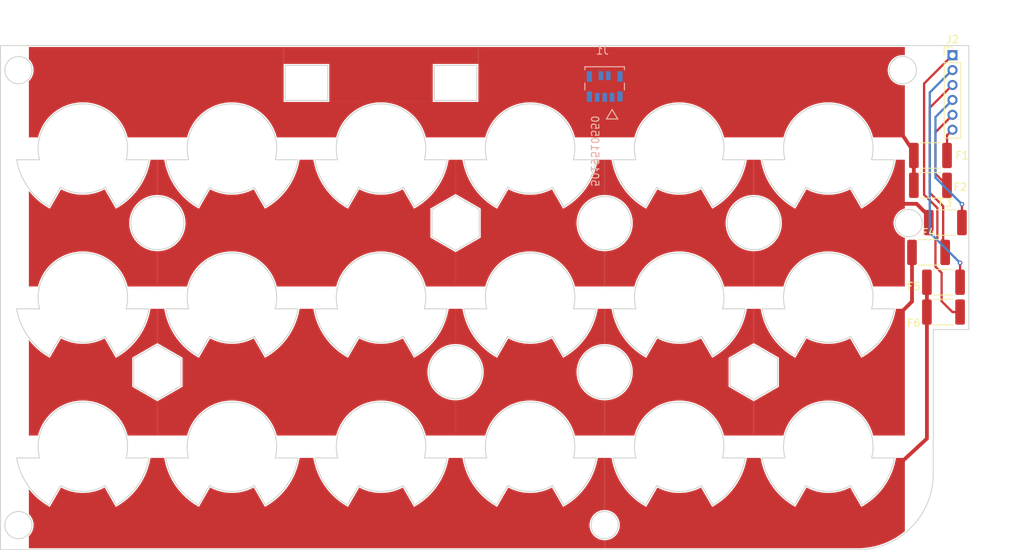
<source format=kicad_pcb>
(kicad_pcb (version 20241229) (generator "pcbnew") (generator_version "9.0")
  (title_block (date "2026-01-23"))
  (layers (0 "F.Cu" signal) (2 "B.Cu" signal) (13 "F.Paste" user) (15 "B.Paste" user) (5 "F.SilkS" user "F.Silkscreen") (7 "B.SilkS" user "B.Silkscreen") (1 "F.Mask" user) (3 "B.Mask" user) (25 "Edge.Cuts" user))
  (net 0 "")
  (net 1 "/cell_2_plus")
  (net 2 "/V+")
  (net 3 "/v_sense_cell_2")
  (net 4 "/cell_1_plus")
  (net 5 "/v_sense_cell_1")
  (net 6 "/v_sense_cell_0")
  (net 7 "/cell_0_plus")
  (net 8 "/v_sense_minus")
  (net 9 "/cell_0_minus")
  (net 10 "/V-")
  (footprint "Fuse:Fuse_1812_4532Metric_Pad1.30x3.40mm_HandSolder" (layer "F.Cu") (at 137.25 31.25)
    (property "Reference" "F2" (at 4 0.25 0) (layer "F.SilkS"))
    (property "Value" "Littelfuse 1812L110/33")
    (fp_line (start -1.386252 -1.71) (end 1.386252 -1.71) (stroke (width 0.12)) (layer "F.SilkS"))
    (fp_line (start -1.386252 1.71) (end 1.386252 1.71) (stroke (width 0.12)) (layer "F.SilkS"))
    (pad "1" smd roundrect (at -2.225 0) (size 1.3 3.4) (layers "F.Cu" "F.Mask" "F.Paste") (roundrect_rratio 0.192308) (net 1 "/cell_2_plus"))
    (pad "2" smd roundrect (at 2.225 0) (size 1.3 3.4) (layers "F.Cu" "F.Mask" "F.Paste") (roundrect_rratio 0.192308) (net 3 "/v_sense_cell_2"))
  )
  (footprint "Connector_PinHeader_2.00mm:PinHeader_1x06_P2.00mm_Vertical" (layer "F.Cu") (at 140.208 13.796)
    (property "Reference" "J2" (at 0 -2.11 0) (layer "F.SilkS"))
    (property "Value" "Conn_01x09_MountingPin")
    (fp_line (start -1.11 -1.11) (end 0 -1.11) (stroke (width 0.12)) (layer "F.SilkS"))
    (fp_line (start -1.11 0) (end -1.11 -1.11) (stroke (width 0.12)) (layer "F.SilkS"))
    (fp_line (start -1.11 1) (end -1.11 11.11) (stroke (width 0.12)) (layer "F.SilkS"))
    (fp_line (start -1.11 1) (end 1.11 1) (stroke (width 0.12)) (layer "F.SilkS"))
    (fp_line (start -1.11 11.11) (end 1.11 11.11) (stroke (width 0.12)) (layer "F.SilkS"))
    (fp_line (start 1.11 1) (end 1.11 11.11) (stroke (width 0.12)) (layer "F.SilkS"))
    (pad "1" thru_hole rect (at 0 0) (size 1.35 1.35) (drill 0.8) (layers "*.Cu" "*.Mask") (net 10 "/V-"))
    (pad "2" thru_hole circle (at 0 2) (size 1.35 1.35) (drill 0.8) (layers "*.Cu" "*.Mask") (net 8 "/v_sense_minus"))
    (pad "3" thru_hole circle (at 0 4) (size 1.35 1.35) (drill 0.8) (layers "*.Cu" "*.Mask") (net 6 "/v_sense_cell_0"))
    (pad "4" thru_hole circle (at 0 6) (size 1.35 1.35) (drill 0.8) (layers "*.Cu" "*.Mask") (net 5 "/v_sense_cell_1"))
    (pad "5" thru_hole circle (at 0 8) (size 1.35 1.35) (drill 0.8) (layers "*.Cu" "*.Mask") (net 3 "/v_sense_cell_2"))
    (pad "6" thru_hole circle (at 0 10) (size 1.35 1.35) (drill 0.8) (layers "*.Cu" "*.Mask") (net 2 "/V+"))
  )
  (footprint "Fuse:Fuse_1812_4532Metric_Pad1.30x3.40mm_HandSolder" (layer "F.Cu") (at 139.25 36.25)
    (property "Reference" "F3" (at 0 -2.65 0) (layer "F.SilkS"))
    (property "Value" "Littelfuse 1812L110/33")
    (fp_line (start -1.386252 -1.71) (end 1.386252 -1.71) (stroke (width 0.12)) (layer "F.SilkS"))
    (fp_line (start -1.386252 1.71) (end 1.386252 1.71) (stroke (width 0.12)) (layer "F.SilkS"))
    (pad "1" smd roundrect (at -2.225 0) (size 1.3 3.4) (layers "F.Cu" "F.Mask" "F.Paste") (roundrect_rratio 0.192308) (net 4 "/cell_1_plus"))
    (pad "2" smd roundrect (at 2.225 0) (size 1.3 3.4) (layers "F.Cu" "F.Mask" "F.Paste") (roundrect_rratio 0.192308) (net 5 "/v_sense_cell_1"))
  )
  (footprint "Fuse:Fuse_1812_4532Metric_Pad1.30x3.40mm_HandSolder" (layer "F.Cu") (at 139 48.25)
    (property "Reference" "F6" (at -4 1.5 0) (layer "F.SilkS"))
    (property "Value" "Littelfuse 1812L110/33")
    (fp_line (start -1.386252 -1.71) (end 1.386252 -1.71) (stroke (width 0.12)) (layer "F.SilkS"))
    (fp_line (start -1.386252 1.71) (end 1.386252 1.71) (stroke (width 0.12)) (layer "F.SilkS"))
    (pad "1" smd roundrect (at -2.225 0) (size 1.3 3.4) (layers "F.Cu" "F.Mask" "F.Paste") (roundrect_rratio 0.192308) (net 9 "/cell_0_minus"))
    (pad "2" smd roundrect (at 2.225 0) (size 1.3 3.4) (layers "F.Cu" "F.Mask" "F.Paste") (roundrect_rratio 0.192308) (net 10 "/V-"))
  )
  (footprint "Fuse:Fuse_1812_4532Metric_Pad1.30x3.40mm_HandSolder" (layer "F.Cu") (at 137 40.25)
    (property "Reference" "F4" (at 0 -2.65 0) (layer "F.SilkS"))
    (property "Value" "Littelfuse 1812L110/33")
    (fp_line (start -1.386252 -1.71) (end 1.386252 -1.71) (stroke (width 0.12)) (layer "F.SilkS"))
    (fp_line (start -1.386252 1.71) (end 1.386252 1.71) (stroke (width 0.12)) (layer "F.SilkS"))
    (pad "1" smd roundrect (at -2.225 0) (size 1.3 3.4) (layers "F.Cu" "F.Mask" "F.Paste") (roundrect_rratio 0.192308) (net 7 "/cell_0_plus"))
    (pad "2" smd roundrect (at 2.225 0) (size 1.3 3.4) (layers "F.Cu" "F.Mask" "F.Paste") (roundrect_rratio 0.192308) (net 6 "/v_sense_cell_0"))
  )
  (footprint "Fuse:Fuse_1812_4532Metric_Pad1.30x3.40mm_HandSolder" (layer "F.Cu") (at 137.25 27.25)
    (property "Reference" "F1" (at 4.25 0 0) (layer "F.SilkS"))
    (property "Value" "Littelfuse 1812L110/33")
    (fp_line (start -1.386252 -1.71) (end 1.386252 -1.71) (stroke (width 0.12)) (layer "F.SilkS"))
    (fp_line (start -1.386252 1.71) (end 1.386252 1.71) (stroke (width 0.12)) (layer "F.SilkS"))
    (pad "1" smd roundrect (at -2.225 0) (size 1.3 3.4) (layers "F.Cu" "F.Mask" "F.Paste") (roundrect_rratio 0.192308) (net 1 "/cell_2_plus"))
    (pad "2" smd roundrect (at 2.225 0) (size 1.3 3.4) (layers "F.Cu" "F.Mask" "F.Paste") (roundrect_rratio 0.192308) (net 2 "/V+"))
  )
  (footprint "Fuse:Fuse_1812_4532Metric_Pad1.30x3.40mm_HandSolder" (layer "F.Cu") (at 139 44.25)
    (property "Reference" "F5" (at -4 0.5675 0) (layer "F.SilkS"))
    (property "Value" "Littelfuse 1812L110/33")
    (fp_line (start -1.386252 -1.71) (end 1.386252 -1.71) (stroke (width 0.12)) (layer "F.SilkS"))
    (fp_line (start -1.386252 1.71) (end 1.386252 1.71) (stroke (width 0.12)) (layer "F.SilkS"))
    (pad "1" smd roundrect (at -2.225 0) (size 1.3 3.4) (layers "F.Cu" "F.Mask" "F.Paste") (roundrect_rratio 0.192308) (net 9 "/cell_0_minus"))
    (pad "2" smd roundrect (at 2.225 0) (size 1.3 3.4) (layers "F.Cu" "F.Mask" "F.Paste") (roundrect_rratio 0.192308) (net 8 "/v_sense_minus"))
  )
  (footprint "formula_slug_footprint_library:CON_5019510550" (layer "B.Cu") (at 93.5475 18 180)
    (property "Reference" "J1" (at 0.306361 4.804876 0) (layer "B.SilkS") (effects (justify mirror)))
    (property "Value" "5019510550")
    (fp_line (start 2.649995 2.649999) (end -2.649995 2.649999) (stroke (width 0.1524)) (layer "B.SilkS"))
    (fp_line (start 2.649995 2.249818) (end 2.649995 2.649999) (stroke (width 0.1524)) (layer "B.SilkS"))
    (fp_line (start 2.649995 -0.450182) (end 2.649995 0.450182) (stroke (width 0.1524)) (layer "B.SilkS"))
    (fp_line (start -0.236995 -4.35) (end -1.760995 -4.35) (stroke (width 0.1524)) (layer "B.SilkS"))
    (fp_line (start -0.998995 -3.08) (end -0.236995 -4.35) (stroke (width 0.1524)) (layer "B.SilkS"))
    (fp_line (start -1.760995 -4.35) (end -0.998995 -3.08) (stroke (width 0.1524)) (layer "B.SilkS"))
    (fp_line (start -2.649995 2.649999) (end -2.649995 2.249818) (stroke (width 0.1524)) (layer "B.SilkS"))
    (fp_line (start -2.649995 0.450182) (end -2.649995 -0.450182) (stroke (width 0.1524)) (layer "B.SilkS"))
    (fp_text user "5019510550" (at 1.322361 -8.657124 270) (layer "B.SilkS") (effects (justify mirror)))
    (pad "1" smd rect (at -0.999995 -1.449999 180) (size 0.6 1.2) (layers "B.Cu" "B.Mask" "B.Paste"))
    (pad "2" smd rect (at -0.499995 1.45 180) (size 0.6 1.2) (layers "B.Cu" "B.Mask" "B.Paste"))
    (pad "3" smd rect (at 0 -1.449999 180) (size 0.6 1.2) (layers "B.Cu" "B.Mask" "B.Paste"))
    (pad "4" smd rect (at 0.500005 1.45 180) (size 0.6 1.2) (layers "B.Cu" "B.Mask" "B.Paste"))
    (pad "5" smd rect (at 1.000005 -1.449999 180) (size 0.6 1.2) (layers "B.Cu" "B.Mask" "B.Paste"))
    (pad "P1" smd rect (at -2.049999 -1.325 180) (size 0.699998 1.35) (layers "B.Cu" "B.Mask" "B.Paste"))
    (pad "P2" smd rect (at 2.049999 -1.35 180) (size 0.699998 1.4) (layers "B.Cu" "B.Mask" "B.Paste"))
    (pad "P3" smd rect (at -2.049999 1.35 180) (size 0.699998 1.4) (layers "B.Cu" "B.Mask" "B.Paste"))
    (pad "P4" smd rect (at 2.049999 1.35 180) (size 0.699998 1.4) (layers "B.Cu" "B.Mask" "B.Paste"))
  )
  (gr_line (start 136.75 65.25) (end 133.5 68.25) (stroke (width 0.508)) (layer "F.Cu") (net 9))
  (gr_line (start 135 26.75) (end 133.5 24.5) (stroke (width 0.508)) (layer "F.Cu") (net 1))
  (gr_poly (pts (xy 30.1693 58.267905) (xy 33.5475 60.218309) (xy 33.5475 64.8175) (arc (start 29.566608 64.8175) (mid 23.5475 60.1143) (end 17.528391 64.8175)) (xy 16.31 64.8175) (arc (start 16.31 52.002347) (mid 17.595807 53.337204) (end 19.122998 54.387362)) (arc (start 20.623541 51.788346) (mid 23.5475 52.5207) (end 26.471459 51.788345)) (arc (start 27.972002 54.387363) (mid 31.056467 51.638618) (end 32.627636 47.8175)) (xy 33.5475 47.8175) (xy 33.5475 52.416691) (xy 30.1693 54.367095)) (fill yes) (layers "F.Cu" "F.Mask") (net 7))
  (gr_poly (pts (xy 72.627636 47.817494) (xy 73.5475 47.8175) (arc (start 73.5475 52.542425) (mid 69.772425 56.3175) (end 73.5475 60.092575)) (xy 73.5475 64.8175) (arc (start 69.566608 64.8175) (mid 63.5475 60.1143) (end 57.528391 64.8175)) (arc (start 49.566608 64.8175) (mid 43.5475 60.1143) (end 37.528391 64.8175)) (xy 33.5475 64.8175) (xy 33.5475 60.218309) (xy 36.9257 58.267905) (xy 36.9257 54.367095) (xy 33.5475 52.416691) (xy 33.5475 47.8175) (arc (start 34.467364 47.8175) (mid 36.038533 51.638618) (end 39.122999 54.387362)) (arc (start 40.623541 51.788346) (mid 43.5475 52.5207) (end 46.471459 51.788345)) (arc (start 47.972002 54.387363) (mid 51.056467 51.638618) (end 52.627636 47.8175)) (arc (start 54.467364 47.8175) (mid 56.038533 51.638618) (end 59.122999 54.387362)) (arc (start 60.623541 51.788346) (mid 63.5475 52.5207) (end 66.471459 51.788345)) (arc (start 67.972002 54.387363) (mid 71.056467 51.638618) (end 72.627636 47.8175))) (fill yes) (layers "F.Cu" "F.Mask") (net 7))
  (gr_poly (pts (arc (start 32.627636 27.8175) (mid 31.056467 31.638619) (end 27.972001 34.387362)) (arc (start 26.471458 31.788345) (mid 23.5475 32.5207) (end 20.623541 31.788346)) (arc (start 19.122998 34.387362) (mid 17.595807 33.337204) (end 16.31 32.002347)) (xy 16.31 44.8175) (arc (start 17.528391 44.8175) (mid 23.547499 40.114301) (end 29.566608 44.8175)) (xy 33.5475 44.8175) (arc (start 33.5475 40.092575) (mid 29.772425 36.3175) (end 33.5475 32.542425)) (xy 33.5475 27.8175)) (fill yes) (layers "F.Cu" "F.Mask") (net 4))
  (gr_poly (pts (arc (start 69.566606 24.8175) (mid 63.547497 20.1143) (end 57.528388 24.8175)) (arc (start 49.566605 24.8175) (mid 43.547497 20.1143) (end 37.528388 24.8175)) (arc (start 29.566605 24.8175) (mid 23.547497 20.1143) (end 17.528388 24.8175)) (xy 16.309997 24.8175) (arc (start 16.309997 17.277606) (mid 16.944997 15.802) (end 16.309997 14.326395)) (xy 16.309997 12.7032) (xy 50.486797 12.7032) (xy 50.486797 14.9638) (xy 50.486797 20.0692) (xy 56.608197 20.0692) (xy 70.486797 20.0692) (xy 76.608197 20.0692) (xy 76.608197 14.9638) (xy 76.608197 12.7032) (xy 133.817497 12.7032) (arc (start 133.817497 13.788018) (mid 131.515497 15.802) (end 133.817497 17.815982)) (xy 133.817497 24.8175) (arc (start 129.566607 24.8175) (mid 123.547497 20.1143) (end 117.528387 24.8175)) (arc (start 109.566607 24.8175) (mid 103.547497 20.1143) (end 97.528387 24.8175)) (arc (start 89.566607 24.8175) (mid 83.547497 20.1143) (end 77.528388 24.8175))) (fill yes) (layers "F.Cu" "F.Mask") (net 1))
  (gr_poly (pts (arc (start 69.566608 44.8175) (mid 63.547499 40.114301) (end 57.528391 44.8175)) (arc (start 49.566608 44.8175) (mid 43.547499 40.114301) (end 37.528391 44.8175)) (xy 33.5475 44.8175) (arc (start 33.5475 40.092575) (mid 37.322575 36.3175) (end 33.5475 32.542425)) (xy 33.5475 27.8175) (arc (start 34.467364 27.8175) (mid 36.038534 31.638618) (end 39.122999 34.387362)) (arc (start 40.623541 31.788346) (mid 43.5475 32.5207) (end 46.471459 31.788345)) (arc (start 47.972002 34.387363) (mid 51.056467 31.638618) (end 52.627636 27.8175)) (arc (start 54.467364 27.8175) (mid 56.038534 31.638618) (end 59.122999 34.387362)) (arc (start 60.623541 31.788346) (mid 63.5475 32.5207) (end 66.471459 31.788345)) (arc (start 67.972002 34.387363) (mid 71.056467 31.638618) (end 72.627636 27.8175)) (xy 73.5475 27.8175) (xy 73.5475 32.416691) (xy 70.1693 34.367095) (xy 70.1693 38.267905) (xy 73.5475 40.218309) (xy 73.5475 44.8175) (xy 69.566608 44.817498)) (fill yes) (layers "F.Cu" "F.Mask") (net 4))
  (gr_poly (pts (arc (start 129.56661 64.8175) (mid 123.5475 60.1143) (end 117.52839 64.817502)) (xy 113.5475 64.8175) (xy 113.5475 60.218309) (xy 116.9257 58.267905) (xy 116.9257 54.367095) (xy 113.5475 52.416691) (xy 113.5475 47.8175) (arc (start 114.467365 47.8175) (mid 116.038533 51.638618) (end 119.122999 54.38736)) (arc (start 120.623542 51.788343) (mid 123.5475 52.5207) (end 126.471457 51.788344)) (arc (start 127.972 54.387359) (mid 131.056467 51.638618) (end 132.627634 47.8175)) (xy 133.8175 47.8175) (xy 133.8175 64.8175)) (fill yes) (layers "F.Cu" "F.Mask") (net 7))
  (gr_poly (pts (arc (start 80.623542 31.788344) (mid 83.5475 32.520699) (end 86.471458 31.788345)) (arc (start 87.972001 34.387361) (mid 91.056467 31.638619) (end 92.627635 27.8175)) (xy 93.5475 27.8175) (arc (start 93.5475 32.542425) (mid 89.772426 36.317501) (end 93.5475 40.092575)) (xy 93.5475 44.8175) (arc (start 89.56661 44.8175) (mid 83.547501 40.1143) (end 77.528391 44.8175)) (xy 73.5475 44.8175) (xy 73.5475 40.218309) (xy 76.9257 38.267905) (xy 76.9257 34.367095) (xy 73.5475 32.416691) (xy 73.5475 27.8175) (arc (start 74.467364 27.8175) (mid 76.038533 31.638618) (end 79.122998 34.387361))) (fill yes) (layers "F.Cu" "F.Mask") (net 4))
  (gr_poly (pts (arc (start 119.122997 74.387359) (mid 116.038532 71.638618) (end 114.467365 67.817501)) (arc (start 112.627628 67.817501) (mid 111.05646 71.638616) (end 107.971995 74.387356)) (arc (start 106.471454 71.788345) (mid 103.547497 72.520698) (end 100.62354 71.788342)) (arc (start 99.122997 74.387359) (mid 96.038532 71.638618) (end 94.467365 67.817501)) (xy 93.547496 67.817501) (arc (start 93.547497 74.801001) (mid 95.5795 76.833) (end 93.547497 78.864999)) (xy 93.547497 79.931801) (arc (start 127.449652 79.931799) (mid 130.833352 79.345649) (end 133.817497 77.644112)) (xy 133.817497 67.817501) (arc (start 132.627628 67.817501) (mid 131.05646 71.638616) (end 127.971995 74.387356)) (arc (start 126.471455 71.788344) (mid 123.547497 72.520701) (end 120.62354 71.788344))) (fill yes) (layers "F.Cu" "F.Mask") (net 9))
  (gr_poly (pts (xy 113.5475 64.8175) (arc (start 109.566609 64.817502) (mid 103.5475 60.1143) (end 97.52839 64.817502)) (xy 93.5475 64.8175) (arc (start 93.5475 60.092575) (mid 97.322575 56.3175) (end 93.5475 52.542425)) (xy 93.5475 47.8175) (arc (start 94.467367 47.8175) (mid 96.038533 51.638618) (end 99.122998 54.387359)) (arc (start 100.623544 51.788341) (mid 103.5475 52.5207) (end 106.471457 51.788343)) (arc (start 107.971999 54.387358) (mid 111.056467 51.638618) (end 112.627634 47.817496)) (xy 113.5475 47.8175) (xy 113.5475 52.416691) (xy 110.1693 54.367095) (xy 110.1693 58.267905) (xy 113.5475 60.218309)) (fill yes) (layers "F.Cu" "F.Mask") (net 7))
  (gr_poly (pts (xy 56.608197 20.0692) (xy 56.608197 14.9638) (xy 50.486797 14.9638) (xy 50.486797 12.7032) (xy 76.608197 12.7032) (xy 76.608197 14.9638) (xy 70.486797 14.9638) (xy 70.486797 20.0692)) (fill yes) (layers "F.Cu" "F.Mask") (net 1))
  (gr_poly (pts (xy 73.5475 64.8175) (arc (start 77.528391 64.8175) (mid 83.5475 60.1143) (end 89.566611 64.817506)) (xy 93.5475 64.8175) (arc (start 93.5475 60.092574) (mid 89.772425 56.3175) (end 93.5475 52.542426)) (xy 93.5475 47.8175) (arc (start 92.627634 47.8175) (mid 91.056467 51.638618) (end 87.972 54.387359)) (arc (start 86.471457 51.788344) (mid 83.5475 52.5207) (end 80.623542 51.788343)) (arc (start 79.122999 54.38736) (mid 76.038533 51.638618) (end 74.467365 47.8175)) (xy 73.5475 47.8175) (arc (start 73.5475 52.542425) (mid 77.322575 56.3175) (end 73.5475 60.092575))) (fill yes) (layers "F.Cu" "F.Mask") (net 7))
  (gr_poly (pts (arc (start 94.467365 27.8175) (mid 96.038533 31.638618) (end 99.122998 34.387359)) (arc (start 100.623544 31.788341) (mid 103.5475 32.520699) (end 106.471457 31.788343)) (arc (start 107.971999 34.387358) (mid 111.056466 31.638617) (end 112.627634 27.817496)) (xy 113.5475 27.8175) (arc (start 113.5475 32.542427) (mid 109.772425 36.3175) (end 113.5475 40.092574)) (xy 113.5475 44.8175) (arc (start 109.56661 44.817502) (mid 103.5475 40.1143) (end 97.52839 44.8175)) (xy 93.5475 44.8175) (arc (start 93.5475 40.092574) (mid 97.322574 36.317501) (end 93.5475 32.542426)) (xy 93.5475 27.8175)) (fill yes) (layers "F.Cu" "F.Mask") (net 4))
  (gr_poly (pts (arc (start 114.467365 27.8175) (mid 116.038533 31.638618) (end 119.122998 34.387359)) (arc (start 120.623544 31.788341) (mid 123.5475 32.520699) (end 126.471457 31.788343)) (arc (start 127.971999 34.387358) (mid 131.056465 31.638617) (end 132.627634 27.8175)) (xy 133.8175 27.8175) (arc (start 133.8175 34.350028) (mid 132.293501 36.3175) (end 133.8175 38.284973)) (xy 133.8175 44.8175) (arc (start 129.566609 44.8175) (mid 123.5475 40.1143) (end 117.52839 44.817502)) (xy 113.5475 44.8175) (arc (start 113.5475 40.092574) (mid 117.322574 36.3175) (end 113.5475 32.542426)) (xy 113.5475 27.8175)) (fill yes) (layers "F.Cu" "F.Mask") (net 4))
  (gr_poly (pts (xy 93.547497 78.864999) (xy 93.547497 79.931801) (xy 16.309997 79.931801) (arc (start 16.309997 78.308606) (mid 16.944997 76.833001) (end 16.309997 75.357395)) (arc (start 16.309997 72.002348) (mid 17.595804 73.337205) (end 19.122995 74.387363)) (arc (start 20.623538 71.788347) (mid 23.547497 72.520701) (end 26.471456 71.788347)) (arc (start 27.971998 74.387363) (mid 31.056464 71.638619) (end 32.627633 67.817501)) (arc (start 34.467361 67.817501) (mid 36.03853 71.638619) (end 39.122995 74.387362)) (arc (start 40.623538 71.788346) (mid 43.547497 72.520701) (end 46.471456 71.788347)) (arc (start 47.971998 74.387363) (mid 51.056464 71.638619) (end 52.627633 67.817501)) (arc (start 54.467361 67.817501) (mid 56.03853 71.638619) (end 59.122995 74.387362)) (arc (start 60.623538 71.788346) (mid 63.547497 72.520701) (end 66.471456 71.788347)) (arc (start 67.971998 74.387363) (mid 71.056464 71.638619) (end 72.627633 67.817501)) (arc (start 74.46736 67.817501) (mid 76.03853 71.638619) (end 79.122995 74.387363)) (arc (start 80.623538 71.788347) (mid 83.547497 72.520701) (end 86.471456 71.788347)) (arc (start 87.971998 74.387361) (mid 91.056464 71.638619) (end 92.627632 67.817501)) (xy 93.547496 67.817501) (xy 93.547497 74.801001) (arc (start 93.547497 74.800999) (mid 91.515499 76.833) (end 93.547497 78.865001))) (fill yes) (layers "F.Cu" "F.Mask") (net 9))
  (gr_arc (start 99.0475 54.111728) (mid 96.156892 51.453539) (end 94.673381 47.8175) (stroke (width 0.127)) (layer "Edge.Cuts"))
  (gr_arc (start 92.421618 67.8175) (mid 90.938108 71.453539) (end 88.047499 74.111727) (stroke (width 0.127)) (layer "Edge.Cuts"))
  (gr_line (start 50.69 15.167) (end 50.69 19.866) (stroke (width 0.127)) (layer "Edge.Cuts"))
  (gr_arc (start 57.738027 27.8175) (mid 63.5475 20.317501) (end 69.356974 27.8175) (stroke (width 0.127)) (layer "Edge.Cuts"))
  (gr_line (start 109.356975 27.8175) (end 112.421618 27.8175) (stroke (width 0.127)) (layer "Edge.Cuts"))
  (gr_line (start 137.6275 50.6) (end 142.39 50.6) (stroke (width 0.127)) (layer "Edge.Cuts"))
  (gr_line (start 126.547498 31.513649) (end 128.047498 34.111726) (stroke (width 0.127)) (layer "Edge.Cuts"))
  (gr_arc (start 137.6275 69.975) (mid 134.651705 77.159205) (end 127.4675 80.135) (stroke (width 0.127)) (layer "Edge.Cuts"))
  (gr_circle (center 93.5475 56.3175) (end 97.119375 56.3175) (stroke (width 0.127)) (fill no) (layer "Edge.Cuts"))
  (gr_line (start 80.547502 51.513648) (end 79.0475 54.111729) (stroke (width 0.127)) (layer "Edge.Cuts"))
  (gr_circle (center 14.913 15.802) (end 16.7418 15.802) (stroke (width 0.127)) (fill no) (layer "Edge.Cuts"))
  (gr_arc (start 52.42162 67.8175) (mid 50.938109 71.45354) (end 48.0475 74.11173) (stroke (width 0.127)) (layer "Edge.Cuts"))
  (gr_arc (start 37.738027 67.8175) (mid 43.5475 60.317501) (end 49.356974 67.8175) (stroke (width 0.127)) (layer "Edge.Cuts"))
  (gr_line (start 40.5475 31.513652) (end 39.047501 34.111728) (stroke (width 0.127)) (layer "Edge.Cuts"))
  (gr_line (start 77.738025 67.8175) (end 74.67338 67.8175) (stroke (width 0.127)) (layer "Edge.Cuts"))
  (gr_line (start 106.547499 51.51365) (end 108.047498 54.111726) (stroke (width 0.127)) (layer "Edge.Cuts"))
  (gr_line (start 37.738027 47.8175) (end 34.67338 47.8175) (stroke (width 0.127)) (layer "Edge.Cuts"))
  (gr_line (start 37.738026 27.8175) (end 34.673382 27.8175) (stroke (width 0.127)) (layer "Edge.Cuts"))
  (gr_line (start 40.5475 51.513652) (end 39.047501 54.111727) (stroke (width 0.127)) (layer "Edge.Cuts"))
  (gr_arc (start 46.547499 51.513652) (mid 43.547499 52.3175) (end 40.5475 51.513652) (stroke (width 0.127)) (layer "Edge.Cuts"))
  (gr_line (start 40.5475 71.513652) (end 39.047501 74.111728) (stroke (width 0.127)) (layer "Edge.Cuts"))
  (gr_line (start 17.738027 47.8175) (end 14.673382 47.8175) (stroke (width 0.127)) (layer "Edge.Cuts"))
  (gr_arc (start 46.5475 31.513652) (mid 43.5475 32.3175) (end 40.5475 31.513652) (stroke (width 0.127)) (layer "Edge.Cuts"))
  (gr_line (start 69.356973 67.8175) (end 72.42162 67.8175) (stroke (width 0.127)) (layer "Edge.Cuts"))
  (gr_line (start 66.547499 71.513652) (end 68.0475 74.11173) (stroke (width 0.127)) (layer "Edge.Cuts"))
  (gr_line (start 120.547502 71.513648) (end 119.0475 74.111729) (stroke (width 0.127)) (layer "Edge.Cuts"))
  (gr_arc (start 132.421618 67.8175) (mid 130.938107 71.453539) (end 128.047498 74.111726) (stroke (width 0.127)) (layer "Edge.Cuts"))
  (gr_line (start 97.738025 27.8175) (end 94.67338 27.8175) (stroke (width 0.127)) (layer "Edge.Cuts"))
  (gr_arc (start 132.421618 27.8175) (mid 130.938107 31.453539) (end 128.047498 34.111726) (stroke (width 0.127)) (layer "Edge.Cuts"))
  (gr_arc (start 32.42162 67.8175) (mid 30.938109 71.45354) (end 28.0475 74.11173) (stroke (width 0.127)) (layer "Edge.Cuts"))
  (gr_line (start 89.356975 27.8175) (end 92.421618 27.8175) (stroke (width 0.127)) (layer "Edge.Cuts"))
  (gr_line (start 56.405 15.167) (end 50.69 15.167) (stroke (width 0.127)) (layer "Edge.Cuts"))
  (gr_line (start 77.738025 47.8175) (end 74.67338 47.8175) (stroke (width 0.127)) (layer "Edge.Cuts"))
  (gr_line (start 57.738027 47.8175) (end 54.67338 47.8175) (stroke (width 0.127)) (layer "Edge.Cuts"))
  (gr_arc (start 99.0475 34.111729) (mid 96.156891 31.45354) (end 94.67338 27.8175) (stroke (width 0.127)) (layer "Edge.Cuts"))
  (gr_arc (start 106.547499 31.513651) (mid 103.5475 32.317498) (end 100.547501 31.51365) (stroke (width 0.127)) (layer "Edge.Cuts"))
  (gr_line (start 66.547499 31.513652) (end 68.0475 34.11173) (stroke (width 0.127)) (layer "Edge.Cuts"))
  (gr_line (start 116.7225 58.150587) (end 113.5475 59.983674) (stroke (width 0.127)) (layer "Edge.Cuts"))
  (gr_line (start 109.356975 67.8175) (end 112.421618 67.8175) (stroke (width 0.127)) (layer "Edge.Cuts"))
  (gr_line (start 89.356975 67.8175) (end 92.421618 67.8175) (stroke (width 0.127)) (layer "Edge.Cuts"))
  (gr_line (start 117.738025 47.8175) (end 114.67338 47.8175) (stroke (width 0.127)) (layer "Edge.Cuts"))
  (gr_line (start 70.69 15.167) (end 70.69 19.866) (stroke (width 0.127)) (layer "Edge.Cuts"))
  (gr_line (start 86.5475 31.513651) (end 88.047499 34.111727) (stroke (width 0.127)) (layer "Edge.Cuts"))
  (gr_line (start 30.3725 54.484413) (end 33.5475 52.651326) (stroke (width 0.127)) (layer "Edge.Cuts"))
  (gr_line (start 77.738025 27.8175) (end 74.67338 27.8175) (stroke (width 0.127)) (layer "Edge.Cuts"))
  (gr_line (start 49.356974 67.8175) (end 52.42162 67.8175) (stroke (width 0.127)) (layer "Edge.Cuts"))
  (gr_line (start 100.547501 51.51365) (end 99.0475 54.111728) (stroke (width 0.127)) (layer "Edge.Cuts"))
  (gr_arc (start 106.547499 71.513651) (mid 103.5475 72.317498) (end 100.547501 71.51365) (stroke (width 0.127)) (layer "Edge.Cuts"))
  (gr_line (start 70.3725 34.484413) (end 73.5475 32.651326) (stroke (width 0.127)) (layer "Edge.Cuts"))
  (gr_line (start 56.405 15.167) (end 56.405 19.866) (stroke (width 0.127)) (layer "Edge.Cuts"))
  (gr_arc (start 112.421618 67.8175) (mid 110.938108 71.453539) (end 108.047499 74.111728) (stroke (width 0.127)) (layer "Edge.Cuts"))
  (gr_circle (center 113.5475 36.3175) (end 117.119375 36.3175) (stroke (width 0.127)) (fill no) (layer "Edge.Cuts"))
  (gr_arc (start 72.42162 67.8175) (mid 70.938109 71.45354) (end 68.0475 74.11173) (stroke (width 0.127)) (layer "Edge.Cuts"))
  (gr_line (start 26.547499 51.513652) (end 28.0475 54.11173) (stroke (width 0.127)) (layer "Edge.Cuts"))
  (gr_line (start 110.3725 54.484413) (end 113.5475 52.651326) (stroke (width 0.127)) (layer "Edge.Cuts"))
  (gr_arc (start 79.0475 74.111729) (mid 76.156891 71.45354) (end 74.67338 67.8175) (stroke (width 0.127)) (layer "Edge.Cuts"))
  (gr_arc (start 26.547499 71.513652) (mid 23.547499 72.3175) (end 20.5475 71.513652) (stroke (width 0.127)) (layer "Edge.Cuts"))
  (gr_line (start 33.5475 52.651326) (end 36.7225 54.484413) (stroke (width 0.127)) (layer "Edge.Cuts"))
  (gr_circle (center 33.5475 36.3175) (end 37.119375 36.3175) (stroke (width 0.127)) (fill no) (layer "Edge.Cuts"))
  (gr_line (start 117.738025 67.8175) (end 114.67338 67.8175) (stroke (width 0.127)) (layer "Edge.Cuts"))
  (gr_arc (start 32.42162 47.8175) (mid 30.938109 51.45354) (end 28.0475 54.11173) (stroke (width 0.127)) (layer "Edge.Cuts"))
  (gr_line (start 30.3725 58.150587) (end 30.3725 54.484413) (stroke (width 0.127)) (layer "Edge.Cuts"))
  (gr_line (start 46.547499 51.513652) (end 48.0475 54.11173) (stroke (width 0.127)) (layer "Edge.Cuts"))
  (gr_line (start 120.547502 51.513648) (end 119.0475 54.111729) (stroke (width 0.127)) (layer "Edge.Cuts"))
  (gr_circle (center 73.5475 56.3175) (end 77.119375 56.3175) (stroke (width 0.127)) (fill no) (layer "Edge.Cuts"))
  (gr_line (start 113.5475 59.983674) (end 110.3725 58.150587) (stroke (width 0.127)) (layer "Edge.Cuts"))
  (gr_arc (start 17.738027 47.8175) (mid 23.5475 40.317501) (end 29.356974 47.8175) (stroke (width 0.127)) (layer "Edge.Cuts"))
  (gr_arc (start 97.738025 47.8175) (mid 103.5475 40.3175) (end 109.356975 47.8175) (stroke (width 0.127)) (layer "Edge.Cuts"))
  (gr_line (start 46.547499 71.513652) (end 48.0475 74.11173) (stroke (width 0.127)) (layer "Edge.Cuts"))
  (gr_line (start 76.7225 34.484413) (end 76.7225 38.150587) (stroke (width 0.127)) (layer "Edge.Cuts"))
  (gr_arc (start 99.0475 74.111729) (mid 96.156891 71.45354) (end 94.67338 67.8175) (stroke (width 0.127)) (layer "Edge.Cuts"))
  (gr_arc (start 37.738026 27.8175) (mid 43.547499 20.317501) (end 49.356973 27.8175) (stroke (width 0.127)) (layer "Edge.Cuts"))
  (gr_arc (start 112.421618 27.8175) (mid 110.938108 31.453539) (end 108.047499 34.111728) (stroke (width 0.127)) (layer "Edge.Cuts"))
  (gr_line (start 57.738027 27.8175) (end 54.67338 27.8175) (stroke (width 0.127)) (layer "Edge.Cuts"))
  (gr_line (start 29.356974 67.8175) (end 32.42162 67.8175) (stroke (width 0.127)) (layer "Edge.Cuts"))
  (gr_line (start 12.5 80.135) (end 12.5 12.5) (stroke (width 0.127)) (layer "Edge.Cuts"))
  (gr_line (start 142.39 12.5) (end 142.39 50.6) (stroke (width 0.127)) (layer "Edge.Cuts"))
  (gr_line (start 69.356974 27.8175) (end 72.42162 27.8175) (stroke (width 0.127)) (layer "Edge.Cuts"))
  (gr_arc (start 132.421618 47.8175) (mid 130.938107 51.453539) (end 128.047498 54.111726) (stroke (width 0.127)) (layer "Edge.Cuts"))
  (gr_line (start 120.547502 31.513648) (end 119.0475 34.111729) (stroke (width 0.127)) (layer "Edge.Cuts"))
  (gr_line (start 49.356974 47.8175) (end 52.42162 47.8175) (stroke (width 0.127)) (layer "Edge.Cuts"))
  (gr_arc (start 19.047501 34.111728) (mid 16.156891 31.45354) (end 14.673382 27.8175) (stroke (width 0.127)) (layer "Edge.Cuts"))
  (gr_arc (start 59.047501 34.111727) (mid 56.156891 31.45354) (end 54.67338 27.8175) (stroke (width 0.127)) (layer "Edge.Cuts"))
  (gr_line (start 129.356975 27.8175) (end 132.421618 27.8175) (stroke (width 0.127)) (layer "Edge.Cuts"))
  (gr_line (start 49.356973 27.8175) (end 52.42162 27.8175) (stroke (width 0.127)) (layer "Edge.Cuts"))
  (gr_line (start 76.7225 38.150587) (end 73.5475 39.983674) (stroke (width 0.127)) (layer "Edge.Cuts"))
  (gr_arc (start 112.421618 47.8175) (mid 110.93811 51.453541) (end 108.047498 54.111726) (stroke (width 0.127)) (layer "Edge.Cuts"))
  (gr_arc (start 126.547498 31.513649) (mid 123.5475 32.317496) (end 120.547502 31.513648) (stroke (width 0.127)) (layer "Edge.Cuts"))
  (gr_line (start 97.738025 67.8175) (end 94.67338 67.8175) (stroke (width 0.127)) (layer "Edge.Cuts"))
  (gr_arc (start 72.42162 47.8175) (mid 70.938109 51.45354) (end 68.0475 54.11173) (stroke (width 0.127)) (layer "Edge.Cuts"))
  (gr_circle (center 133.5475 15.802) (end 135.3763 15.802) (stroke (width 0.127)) (fill no) (layer "Edge.Cuts"))
  (gr_line (start 26.547499 31.513652) (end 28.0475 34.11173) (stroke (width 0.127)) (layer "Edge.Cuts"))
  (gr_line (start 80.547501 31.51365) (end 79.0475 34.111728) (stroke (width 0.127)) (layer "Edge.Cuts"))
  (gr_line (start 29.356974 47.8175) (end 32.42162 47.8175) (stroke (width 0.127)) (layer "Edge.Cuts"))
  (gr_arc (start 77.738025 27.8175) (mid 83.5475 20.3175) (end 89.356975 27.8175) (stroke (width 0.127)) (layer "Edge.Cuts"))
  (gr_circle (center 93.5475 36.3175) (end 97.119375 36.3175) (stroke (width 0.127)) (fill no) (layer "Edge.Cuts"))
  (gr_arc (start 126.547498 71.513649) (mid 123.5475 72.317496) (end 120.547502 71.513648) (stroke (width 0.127)) (layer "Edge.Cuts"))
  (gr_arc (start 52.42162 27.8175) (mid 50.938109 31.45354) (end 48.0475 34.11173) (stroke (width 0.127)) (layer "Edge.Cuts"))
  (gr_arc (start 17.738027 67.8175) (mid 23.5475 60.317501) (end 29.356974 67.8175) (stroke (width 0.127)) (layer "Edge.Cuts"))
  (gr_arc (start 37.738027 47.8175) (mid 43.5475 40.317501) (end 49.356974 47.8175) (stroke (width 0.127)) (layer "Edge.Cuts"))
  (gr_line (start 117.738025 27.8175) (end 114.67338 27.8175) (stroke (width 0.127)) (layer "Edge.Cuts"))
  (gr_arc (start 79.0475 54.111729) (mid 76.156891 51.45354) (end 74.67338 47.8175) (stroke (width 0.127)) (layer "Edge.Cuts"))
  (gr_line (start 17.738027 27.8175) (end 14.673382 27.8175) (stroke (width 0.127)) (layer "Edge.Cuts"))
  (gr_arc (start 86.547499 51.51365) (mid 83.5475 52.317501) (end 80.547502 51.513648) (stroke (width 0.127)) (layer "Edge.Cuts"))
  (gr_arc (start 59.047501 74.111727) (mid 56.156891 71.45354) (end 54.67338 67.8175) (stroke (width 0.127)) (layer "Edge.Cuts"))
  (gr_line (start 100.547501 31.51365) (end 99.0475 34.111729) (stroke (width 0.127)) (layer "Edge.Cuts"))
  (gr_arc (start 39.047501 54.111727) (mid 36.156891 51.45354) (end 34.67338 47.8175) (stroke (width 0.127)) (layer "Edge.Cuts"))
  (gr_arc (start 17.738027 27.8175) (mid 23.5475 20.317501) (end 29.356974 27.8175) (stroke (width 0.127)) (layer "Edge.Cuts"))
  (gr_arc (start 57.738027 47.8175) (mid 63.5475 40.317501) (end 69.356974 47.8175) (stroke (width 0.127)) (layer "Edge.Cuts"))
  (gr_line (start 20.5475 31.513652) (end 19.047501 34.111728) (stroke (width 0.127)) (layer "Edge.Cuts"))
  (gr_line (start 46.5475 31.513652) (end 48.0475 34.11173) (stroke (width 0.127)) (layer "Edge.Cuts"))
  (gr_line (start 73.5475 32.651326) (end 76.7225 34.484413) (stroke (width 0.127)) (layer "Edge.Cuts"))
  (gr_line (start 127.4675 80.135) (end 12.5 80.135) (stroke (width 0.127)) (layer "Edge.Cuts"))
  (gr_arc (start 52.42162 47.8175) (mid 50.938109 51.45354) (end 48.0475 54.11173) (stroke (width 0.127)) (layer "Edge.Cuts"))
  (gr_arc (start 77.738025 47.8175) (mid 83.5475 40.3175) (end 89.356975 47.8175) (stroke (width 0.127)) (layer "Edge.Cuts"))
  (gr_arc (start 119.0475 74.111729) (mid 116.156891 71.45354) (end 114.67338 67.8175) (stroke (width 0.127)) (layer "Edge.Cuts"))
  (gr_line (start 60.5475 51.513652) (end 59.047501 54.111727) (stroke (width 0.127)) (layer "Edge.Cuts"))
  (gr_arc (start 26.547499 31.513652) (mid 23.547499 32.3175) (end 20.5475 31.513652) (stroke (width 0.127)) (layer "Edge.Cuts"))
  (gr_line (start 36.7225 58.150587) (end 33.5475 59.983674) (stroke (width 0.127)) (layer "Edge.Cuts"))
  (gr_line (start 66.547499 51.513652) (end 68.0475 54.11173) (stroke (width 0.127)) (layer "Edge.Cuts"))
  (gr_line (start 106.547499 71.513651) (end 108.047499 74.111728) (stroke (width 0.127)) (layer "Edge.Cuts"))
  (gr_arc (start 117.738025 47.8175) (mid 123.5475 40.3175) (end 129.356975 47.8175) (stroke (width 0.127)) (layer "Edge.Cuts"))
  (gr_arc (start 72.42162 27.8175) (mid 70.938109 31.45354) (end 68.0475 34.11173) (stroke (width 0.127)) (layer "Edge.Cuts"))
  (gr_line (start 69.356974 47.8175) (end 72.42162 47.8175) (stroke (width 0.127)) (layer "Edge.Cuts"))
  (gr_arc (start 79.0475 34.111728) (mid 76.156891 31.45354) (end 74.67338 27.8175) (stroke (width 0.127)) (layer "Edge.Cuts"))
  (gr_line (start 137.6275 50.6) (end 137.6275 69.975) (stroke (width 0.127)) (layer "Edge.Cuts"))
  (gr_arc (start 39.047501 74.111728) (mid 36.156891 71.45354) (end 34.673382 67.8175) (stroke (width 0.127)) (layer "Edge.Cuts"))
  (gr_line (start 20.5475 51.513652) (end 19.047501 54.111728) (stroke (width 0.127)) (layer "Edge.Cuts"))
  (gr_arc (start 86.5475 31.513651) (mid 83.5475 32.317499) (end 80.547501 31.51365) (stroke (width 0.127)) (layer "Edge.Cuts"))
  (gr_line (start 70.3725 38.150587) (end 70.3725 34.484413) (stroke (width 0.127)) (layer "Edge.Cuts"))
  (gr_arc (start 97.738025 27.8175) (mid 103.5475 20.3175) (end 109.356975 27.8175) (stroke (width 0.127)) (layer "Edge.Cuts"))
  (gr_circle (center 14.913 76.833) (end 16.7418 76.833) (stroke (width 0.127)) (fill no) (layer "Edge.Cuts"))
  (gr_arc (start 39.047501 34.111728) (mid 36.156891 31.45354) (end 34.673382 27.8175) (stroke (width 0.127)) (layer "Edge.Cuts"))
  (gr_arc (start 46.547499 71.513652) (mid 43.547499 72.3175) (end 40.5475 71.513652) (stroke (width 0.127)) (layer "Edge.Cuts"))
  (gr_line (start 129.356975 47.8175) (end 132.421618 47.8175) (stroke (width 0.127)) (layer "Edge.Cuts"))
  (gr_line (start 109.356975 47.8175) (end 112.421618 47.8175) (stroke (width 0.127)) (layer "Edge.Cuts"))
  (gr_line (start 89.356975 47.8175) (end 92.421618 47.8175) (stroke (width 0.127)) (layer "Edge.Cuts"))
  (gr_line (start 17.738027 67.8175) (end 14.67338 67.8175) (stroke (width 0.127)) (layer "Edge.Cuts"))
  (gr_line (start 86.547499 51.51365) (end 88.047499 54.111727) (stroke (width 0.127)) (layer "Edge.Cuts"))
  (gr_line (start 129.356975 67.8175) (end 132.421618 67.8175) (stroke (width 0.127)) (layer "Edge.Cuts"))
  (gr_line (start 20.5475 71.513652) (end 19.047501 74.111727) (stroke (width 0.127)) (layer "Edge.Cuts"))
  (gr_line (start 56.405 19.866) (end 50.69 19.866) (stroke (width 0.127)) (layer "Edge.Cuts"))
  (gr_line (start 100.547501 71.51365) (end 99.0475 74.111729) (stroke (width 0.127)) (layer "Edge.Cuts"))
  (gr_line (start 76.405 15.167) (end 76.405 19.866) (stroke (width 0.127)) (layer "Edge.Cuts"))
  (gr_arc (start 86.547499 71.51365) (mid 83.5475 72.317501) (end 80.547502 71.513648) (stroke (width 0.127)) (layer "Edge.Cuts"))
  (gr_line (start 73.5475 39.983674) (end 70.3725 38.150587) (stroke (width 0.127)) (layer "Edge.Cuts"))
  (gr_line (start 126.547498 51.513649) (end 128.047498 54.111726) (stroke (width 0.127)) (layer "Edge.Cuts"))
  (gr_line (start 80.547502 71.513648) (end 79.0475 74.111729) (stroke (width 0.127)) (layer "Edge.Cuts"))
  (gr_line (start 60.5475 71.513652) (end 59.047501 74.111727) (stroke (width 0.127)) (layer "Edge.Cuts"))
  (gr_arc (start 117.738025 27.8175) (mid 123.5475 20.3175) (end 129.356975 27.8175) (stroke (width 0.127)) (layer "Edge.Cuts"))
  (gr_line (start 110.3725 58.150587) (end 110.3725 54.484413) (stroke (width 0.127)) (layer "Edge.Cuts"))
  (gr_arc (start 119.0475 54.111729) (mid 116.156891 51.45354) (end 114.67338 47.8175) (stroke (width 0.127)) (layer "Edge.Cuts"))
  (gr_line (start 106.547499 31.513651) (end 108.047499 34.111728) (stroke (width 0.127)) (layer "Edge.Cuts"))
  (gr_arc (start 66.547499 51.513652) (mid 63.547499 52.3175) (end 60.5475 51.513652) (stroke (width 0.127)) (layer "Edge.Cuts"))
  (gr_arc (start 106.547499 51.51365) (mid 103.5475 52.3175) (end 100.547501 51.51365) (stroke (width 0.127)) (layer "Edge.Cuts"))
  (gr_arc (start 32.42162 27.8175) (mid 30.938109 31.45354) (end 28.0475 34.11173) (stroke (width 0.127)) (layer "Edge.Cuts"))
  (gr_arc (start 66.547499 31.513652) (mid 63.547499 32.3175) (end 60.5475 31.513652) (stroke (width 0.127)) (layer "Edge.Cuts"))
  (gr_line (start 36.7225 54.484413) (end 36.7225 58.150587) (stroke (width 0.127)) (layer "Edge.Cuts"))
  (gr_line (start 113.5475 52.651326) (end 116.7225 54.484413) (stroke (width 0.127)) (layer "Edge.Cuts"))
  (gr_arc (start 57.738026 67.8175) (mid 63.547499 60.317501) (end 69.356973 67.8175) (stroke (width 0.127)) (layer "Edge.Cuts"))
  (gr_arc (start 117.738025 67.8175) (mid 123.5475 60.3175) (end 129.356975 67.8175) (stroke (width 0.127)) (layer "Edge.Cuts"))
  (gr_arc (start 59.047501 54.111727) (mid 56.156891 51.45354) (end 54.67338 47.8175) (stroke (width 0.127)) (layer "Edge.Cuts"))
  (gr_line (start 60.5475 31.513652) (end 59.047501 34.111727) (stroke (width 0.127)) (layer "Edge.Cuts"))
  (gr_line (start 116.7225 54.484413) (end 116.7225 58.150587) (stroke (width 0.127)) (layer "Edge.Cuts"))
  (gr_line (start 126.547498 71.513649) (end 128.047498 74.111726) (stroke (width 0.127)) (layer "Edge.Cuts"))
  (gr_circle (center 134.3255 36.3175) (end 136.1543 36.3175) (stroke (width 0.127)) (fill no) (layer "Edge.Cuts"))
  (gr_line (start 26.547499 71.513652) (end 28.0475 74.11173) (stroke (width 0.127)) (layer "Edge.Cuts"))
  (gr_arc (start 77.738025 67.8175) (mid 83.5475 60.3175) (end 89.356975 67.8175) (stroke (width 0.127)) (layer "Edge.Cuts"))
  (gr_arc (start 19.047501 74.111727) (mid 16.156891 71.45354) (end 14.67338 67.8175) (stroke (width 0.127)) (layer "Edge.Cuts"))
  (gr_circle (center 93.5475 76.833) (end 95.3763 76.833) (stroke (width 0.127)) (fill no) (layer "Edge.Cuts"))
  (gr_line (start 86.547499 71.51365) (end 88.047499 74.111727) (stroke (width 0.127)) (layer "Edge.Cuts"))
  (gr_line (start 29.356974 27.8175) (end 32.42162 27.8175) (stroke (width 0.127)) (layer "Edge.Cuts"))
  (gr_line (start 33.5475 59.983674) (end 30.3725 58.150587) (stroke (width 0.127)) (layer "Edge.Cuts"))
  (gr_arc (start 26.547499 51.513652) (mid 23.547499 52.3175) (end 20.5475 51.513652) (stroke (width 0.127)) (layer "Edge.Cuts"))
  (gr_arc (start 97.738025 67.8175) (mid 103.5475 60.3175) (end 109.356975 67.8175) (stroke (width 0.127)) (layer "Edge.Cuts"))
  (gr_arc (start 126.547498 51.513649) (mid 123.5475 52.317496) (end 120.547502 51.513648) (stroke (width 0.127)) (layer "Edge.Cuts"))
  (gr_arc (start 92.421618 27.8175) (mid 90.938108 31.453539) (end 88.047499 34.111727) (stroke (width 0.127)) (layer "Edge.Cuts"))
  (gr_line (start 37.738027 67.8175) (end 34.673382 67.8175) (stroke (width 0.127)) (layer "Edge.Cuts"))
  (gr_line (start 97.738025 47.8175) (end 94.673381 47.8175) (stroke (width 0.127)) (layer "Edge.Cuts"))
  (gr_line (start 57.738026 67.8175) (end 54.67338 67.8175) (stroke (width 0.127)) (layer "Edge.Cuts"))
  (gr_arc (start 119.0475 34.111729) (mid 116.156891 31.45354) (end 114.67338 27.8175) (stroke (width 0.127)) (layer "Edge.Cuts"))
  (gr_line (start 76.405 15.167) (end 70.69 15.167) (stroke (width 0.127)) (layer "Edge.Cuts"))
  (gr_arc (start 66.547499 71.513652) (mid 63.547499 72.3175) (end 60.5475 71.513652) (stroke (width 0.127)) (layer "Edge.Cuts"))
  (gr_arc (start 92.421618 47.8175) (mid 90.938108 51.453539) (end 88.047499 54.111727) (stroke (width 0.127)) (layer "Edge.Cuts"))
  (gr_arc (start 19.047501 54.111728) (mid 16.156891 51.45354) (end 14.673382 47.8175) (stroke (width 0.127)) (layer "Edge.Cuts"))
  (gr_line (start 76.405 19.866) (end 70.69 19.866) (stroke (width 0.127)) (layer "Edge.Cuts"))
  (gr_line (start 12.5 12.5) (end 142.39 12.5) (stroke (width 0.127)) (layer "Edge.Cuts"))
  (segment (start 135.025 31.25) (end 135.025 27.25) (width 0.508) (layer "F.Cu") (net 1))
  (segment (start 139.475 24.529) (end 140.208 23.796) (width 0.3048) (layer "F.Cu") (net 2))
  (segment (start 139.475 27.25) (end 139.475 24.529) (width 0.3048) (layer "F.Cu") (net 2))
  (segment (start 139.475 31.25) (end 137.922 29.697) (width 0.3048) (layer "F.Cu") (net 3))
  (segment (start 137.922 24.13) (end 140.208 21.844) (width 0.3048) (layer "F.Cu") (net 3))
  (segment (start 140.208 21.844) (end 140.208 21.796) (width 0.3048) (layer "F.Cu") (net 3))
  (segment (start 137.922 29.697) (end 137.922 24.13) (width 0.3048) (layer "F.Cu") (net 3))
  (segment (start 135.395746 33.7337) (end 133.255254 33.7337) (width 0.508) (layer "F.Cu") (net 4))
  (segment (start 137.025 36.25) (end 137.025 35.362954) (width 0.508) (layer "F.Cu") (net 4))
  (segment (start 133.255254 33.7337) (end 130.671453 36.317501) (width 0.508) (layer "F.Cu") (net 4))
  (segment (start 137.025 35.362954) (end 135.395746 33.7337) (width 0.508) (layer "F.Cu") (net 4))
  (segment (start 130.671453 36.317501) (end 123.6825 36.317501) (width 0.508) (layer "F.Cu") (net 4))
  (segment (start 141.475 36.25) (end 141.25 36.025) (width 0.3048) (layer "F.Cu") (net 5))
  (segment (start 141.478 36.247) (end 141.475 36.25) (width 0.3048) (layer "F.Cu") (net 5))
  (segment (start 141.478 33.782) (end 141.478 36.247) (width 0.3048) (layer "F.Cu") (net 5))
  (via (at 141.478 33.782) (size 0.6) (drill 0.3) (layers "F.Cu" "B.Cu") (net 5))
  (segment (start 140.208 19.796) (end 140.208 19.812) (width 0.3048) (layer "B.Cu") (net 5))
  (segment (start 137.922 30.226) (end 141.478 33.782) (width 0.3048) (layer "B.Cu") (net 5))
  (segment (start 140.208 19.812) (end 137.922 22.098) (width 0.3048) (layer "B.Cu") (net 5))
  (segment (start 137.922 22.098) (end 137.922 30.226) (width 0.3048) (layer "B.Cu") (net 5))
  (segment (start 139.225 40.25) (end 138.75 39.775) (width 0.3048) (layer "F.Cu") (net 6))
  (segment (start 137.16 32.258) (end 137.16 20.844) (width 0.3048) (layer "F.Cu") (net 6))
  (segment (start 138.955 34.053) (end 137.16 32.258) (width 0.3048) (layer "F.Cu") (net 6))
  (segment (start 137.16 20.844) (end 140.208 17.796) (width 0.3048) (layer "F.Cu") (net 6))
  (segment (start 138.955 38.489125) (end 138.955 34.053) (width 0.3048) (layer "F.Cu") (net 6))
  (segment (start 138.75 38.694126) (end 138.955 38.489125) (width 0.3048) (layer "F.Cu") (net 6))
  (segment (start 138.75 39.775) (end 138.75 38.694126) (width 0.3048) (layer "F.Cu") (net 6))
  (segment (start 134.775 40.25) (end 134.775 46.83691) (width 0.508) (layer "F.Cu") (net 7))
  (segment (start 134.775 46.83691) (end 133.058667 48.553243) (width 0.508) (layer "F.Cu") (net 7))
  (segment (start 133.221757 48.553243) (end 133.058667 48.553243) (width 0.508) (layer "F.Cu") (net 7))
  (segment (start 141.224 44.249) (end 141.225 44.25) (width 0.3048) (layer "F.Cu") (net 8))
  (segment (start 141.224 41.656) (end 141.224 44.249) (width 0.3048) (layer "F.Cu") (net 8))
  (via (at 141.224 41.656) (size 0.6) (drill 0.3) (layers "F.Cu" "B.Cu") (net 8))
  (segment (start 137.16 18.796) (end 137.16 37.592) (width 0.3048) (layer "B.Cu") (net 8))
  (segment (start 140.208 15.796) (end 140.16 15.796) (width 0.3048) (layer "B.Cu") (net 8))
  (segment (start 140.16 15.796) (end 137.16 18.796) (width 0.3048) (layer "B.Cu") (net 8))
  (segment (start 137.16 37.592) (end 141.224 41.656) (width 0.3048) (layer "B.Cu") (net 8))
  (segment (start 136.775 44.25) (end 136.775 48.25) (width 0.508) (layer "F.Cu") (net 9))
  (segment (start 136.775 48.25) (end 136.775 65.225) (width 0.508) (layer "F.Cu") (net 9))
  (segment (start 130.125349 73.874651) (end 129.720151 73.874651) (width 0.508) (layer "F.Cu") (net 9))
  (segment (start 138.75 46.802) (end 140.198 48.25) (width 0.3048) (layer "F.Cu") (net 10))
  (segment (start 136.398 32.512) (end 138.176 34.29) (width 0.3048) (layer "F.Cu") (net 10))
  (segment (start 138.176 34.29) (end 138.176 38.354) (width 0.3048) (layer "F.Cu") (net 10))
  (segment (start 138.176 38.354) (end 137.922 38.608) (width 0.3048) (layer "F.Cu") (net 10))
  (segment (start 136.398 17.606) (end 136.398 32.512) (width 0.3048) (layer "F.Cu") (net 10))
  (segment (start 138.75 42.992) (end 138.75 46.802) (width 0.3048) (layer "F.Cu") (net 10))
  (segment (start 137.922 42.164) (end 138.75 42.992) (width 0.3048) (layer "F.Cu") (net 10))
  (segment (start 140.198 48.25) (end 141.225 48.25) (width 0.3048) (layer "F.Cu") (net 10))
  (segment (start 137.922 38.608) (end 137.922 42.164) (width 0.3048) (layer "F.Cu") (net 10))
  (segment (start 140.208 13.796) (end 136.398 17.606) (width 0.3048) (layer "F.Cu") (net 10))
)
</source>
